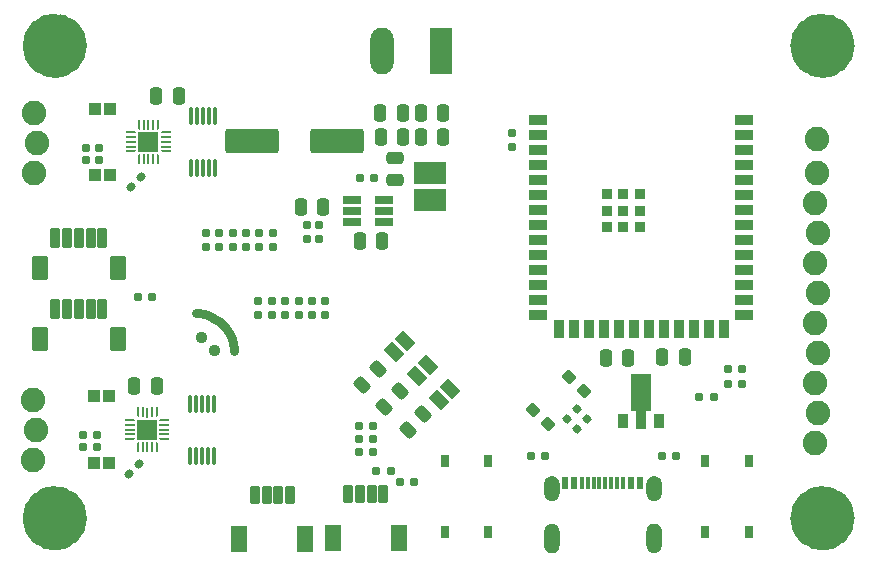
<source format=gbr>
%TF.GenerationSoftware,KiCad,Pcbnew,7.0.9*%
%TF.CreationDate,2023-12-08T19:14:30-07:00*%
%TF.ProjectId,mini_motor_go_V1_rev3,6d696e69-5f6d-46f7-946f-725f676f5f56,rev?*%
%TF.SameCoordinates,Original*%
%TF.FileFunction,Soldermask,Top*%
%TF.FilePolarity,Negative*%
%FSLAX46Y46*%
G04 Gerber Fmt 4.6, Leading zero omitted, Abs format (unit mm)*
G04 Created by KiCad (PCBNEW 7.0.9) date 2023-12-08 19:14:30*
%MOMM*%
%LPD*%
G01*
G04 APERTURE LIST*
G04 Aperture macros list*
%AMRoundRect*
0 Rectangle with rounded corners*
0 $1 Rounding radius*
0 $2 $3 $4 $5 $6 $7 $8 $9 X,Y pos of 4 corners*
0 Add a 4 corners polygon primitive as box body*
4,1,4,$2,$3,$4,$5,$6,$7,$8,$9,$2,$3,0*
0 Add four circle primitives for the rounded corners*
1,1,$1+$1,$2,$3*
1,1,$1+$1,$4,$5*
1,1,$1+$1,$6,$7*
1,1,$1+$1,$8,$9*
0 Add four rect primitives between the rounded corners*
20,1,$1+$1,$2,$3,$4,$5,0*
20,1,$1+$1,$4,$5,$6,$7,0*
20,1,$1+$1,$6,$7,$8,$9,0*
20,1,$1+$1,$8,$9,$2,$3,0*%
%AMRotRect*
0 Rectangle, with rotation*
0 The origin of the aperture is its center*
0 $1 length*
0 $2 width*
0 $3 Rotation angle, in degrees counterclockwise*
0 Add horizontal line*
21,1,$1,$2,0,0,$3*%
%AMFreePoly0*
4,1,14,0.289644,0.110355,0.410355,-0.010356,0.425000,-0.045711,0.425000,-0.075000,0.410355,-0.110355,0.375000,-0.125000,-0.375000,-0.125000,-0.410355,-0.110355,-0.425000,-0.075000,-0.425000,0.075000,-0.410355,0.110355,-0.375000,0.125000,0.254289,0.125000,0.289644,0.110355,0.289644,0.110355,$1*%
%AMFreePoly1*
4,1,14,0.410355,0.110355,0.425000,0.075000,0.425000,0.045711,0.410355,0.010356,0.289644,-0.110355,0.254289,-0.125000,-0.375000,-0.125000,-0.410355,-0.110355,-0.425000,-0.075000,-0.425000,0.075000,-0.410355,0.110355,-0.375000,0.125000,0.375000,0.125000,0.410355,0.110355,0.410355,0.110355,$1*%
%AMFreePoly2*
4,1,14,0.110355,0.410355,0.125000,0.375000,0.125000,-0.375000,0.110355,-0.410355,0.075000,-0.425000,-0.075000,-0.425000,-0.110355,-0.410355,-0.125000,-0.375000,-0.125000,0.254289,-0.110355,0.289644,0.010356,0.410355,0.045711,0.425000,0.075000,0.425000,0.110355,0.410355,0.110355,0.410355,$1*%
%AMFreePoly3*
4,1,14,-0.010356,0.410355,0.110355,0.289644,0.125000,0.254289,0.125000,-0.375000,0.110355,-0.410355,0.075000,-0.425000,-0.075000,-0.425000,-0.110355,-0.410355,-0.125000,-0.375000,-0.125000,0.375000,-0.110355,0.410355,-0.075000,0.425000,-0.045711,0.425000,-0.010356,0.410355,-0.010356,0.410355,$1*%
%AMFreePoly4*
4,1,14,0.410355,0.110355,0.425000,0.075000,0.425000,-0.075000,0.410355,-0.110355,0.375000,-0.125000,-0.254289,-0.125000,-0.289644,-0.110355,-0.410355,0.010356,-0.425000,0.045711,-0.425000,0.075000,-0.410355,0.110355,-0.375000,0.125000,0.375000,0.125000,0.410355,0.110355,0.410355,0.110355,$1*%
%AMFreePoly5*
4,1,14,0.410355,0.110355,0.425000,0.075000,0.425000,-0.075000,0.410355,-0.110355,0.375000,-0.125000,-0.375000,-0.125000,-0.410355,-0.110355,-0.425000,-0.075000,-0.425000,-0.045711,-0.410355,-0.010356,-0.289644,0.110355,-0.254289,0.125000,0.375000,0.125000,0.410355,0.110355,0.410355,0.110355,$1*%
%AMFreePoly6*
4,1,14,0.110355,0.410355,0.125000,0.375000,0.125000,-0.254289,0.110355,-0.289644,-0.010356,-0.410355,-0.045711,-0.425000,-0.075000,-0.425000,-0.110355,-0.410355,-0.125000,-0.375000,-0.125000,0.375000,-0.110355,0.410355,-0.075000,0.425000,0.075000,0.425000,0.110355,0.410355,0.110355,0.410355,$1*%
%AMFreePoly7*
4,1,14,0.110355,0.410355,0.125000,0.375000,0.125000,-0.375000,0.110355,-0.410355,0.075000,-0.425000,0.045711,-0.425000,0.010356,-0.410355,-0.110355,-0.289644,-0.125000,-0.254289,-0.125000,0.375000,-0.110355,0.410355,-0.075000,0.425000,0.075000,0.425000,0.110355,0.410355,0.110355,0.410355,$1*%
%AMFreePoly8*
4,1,9,3.862500,-0.866500,0.737500,-0.866500,0.737500,-0.450000,-0.737500,-0.450000,-0.737500,0.450000,0.737500,0.450000,0.737500,0.866500,3.862500,0.866500,3.862500,-0.866500,3.862500,-0.866500,$1*%
G04 Aperture macros list end*
%ADD10C,2.750000*%
%ADD11C,0.750000*%
%ADD12C,0.010000*%
%ADD13RoundRect,0.155000X0.040659X0.259862X-0.259862X-0.040659X-0.040659X-0.259862X0.259862X0.040659X0*%
%ADD14RoundRect,0.160000X0.160000X-0.197500X0.160000X0.197500X-0.160000X0.197500X-0.160000X-0.197500X0*%
%ADD15RotRect,1.000000X1.500000X45.000000*%
%ADD16RoundRect,0.250000X0.250000X0.475000X-0.250000X0.475000X-0.250000X-0.475000X0.250000X-0.475000X0*%
%ADD17RoundRect,0.030000X0.120000X-0.695000X0.120000X0.695000X-0.120000X0.695000X-0.120000X-0.695000X0*%
%ADD18FreePoly0,90.000000*%
%ADD19RoundRect,0.062500X0.062500X-0.362500X0.062500X0.362500X-0.062500X0.362500X-0.062500X-0.362500X0*%
%ADD20FreePoly1,90.000000*%
%ADD21FreePoly2,90.000000*%
%ADD22RoundRect,0.062500X0.362500X-0.062500X0.362500X0.062500X-0.362500X0.062500X-0.362500X-0.062500X0*%
%ADD23FreePoly3,90.000000*%
%ADD24FreePoly4,90.000000*%
%ADD25RoundRect,0.062500X0.062500X-0.350000X0.062500X0.350000X-0.062500X0.350000X-0.062500X-0.350000X0*%
%ADD26FreePoly5,90.000000*%
%ADD27FreePoly6,90.000000*%
%ADD28FreePoly7,90.000000*%
%ADD29R,1.700000X1.700000*%
%ADD30RoundRect,0.250000X-0.250000X-0.475000X0.250000X-0.475000X0.250000X0.475000X-0.250000X0.475000X0*%
%ADD31RoundRect,0.243750X0.150260X-0.494975X0.494975X-0.150260X-0.150260X0.494975X-0.494975X0.150260X0*%
%ADD32RoundRect,0.160000X-0.252791X0.026517X0.026517X-0.252791X0.252791X-0.026517X-0.026517X0.252791X0*%
%ADD33RoundRect,0.160000X0.197500X0.160000X-0.197500X0.160000X-0.197500X-0.160000X0.197500X-0.160000X0*%
%ADD34RoundRect,0.160000X-0.197500X-0.160000X0.197500X-0.160000X0.197500X0.160000X-0.197500X0.160000X0*%
%ADD35RoundRect,0.155000X-0.212500X-0.155000X0.212500X-0.155000X0.212500X0.155000X-0.212500X0.155000X0*%
%ADD36R,2.800000X1.850000*%
%ADD37R,1.100000X1.000000*%
%ADD38RoundRect,0.102000X0.300000X0.775000X-0.300000X0.775000X-0.300000X-0.775000X0.300000X-0.775000X0*%
%ADD39RoundRect,0.102000X0.600000X0.900000X-0.600000X0.900000X-0.600000X-0.900000X0.600000X-0.900000X0*%
%ADD40RoundRect,0.160000X-0.160000X0.197500X-0.160000X-0.197500X0.160000X-0.197500X0.160000X0.197500X0*%
%ADD41RoundRect,0.101600X-0.299720X-0.674370X0.299720X-0.674370X0.299720X0.674370X-0.299720X0.674370X0*%
%ADD42RoundRect,0.101600X-0.599440X-0.999490X0.599440X-0.999490X0.599440X0.999490X-0.599440X0.999490X0*%
%ADD43R,0.700000X1.000000*%
%ADD44RoundRect,0.155000X0.212500X0.155000X-0.212500X0.155000X-0.212500X-0.155000X0.212500X-0.155000X0*%
%ADD45R,1.500000X0.900000*%
%ADD46R,0.900000X1.500000*%
%ADD47R,0.900000X0.900000*%
%ADD48RoundRect,0.237500X0.380070X-0.044194X-0.044194X0.380070X-0.380070X0.044194X0.044194X-0.380070X0*%
%ADD49C,2.082800*%
%ADD50R,1.560000X0.650000*%
%ADD51R,0.600000X1.100000*%
%ADD52R,0.300000X1.100000*%
%ADD53RoundRect,0.250001X1.999999X0.799999X-1.999999X0.799999X-1.999999X-0.799999X1.999999X-0.799999X0*%
%ADD54R,0.900000X1.300000*%
%ADD55FreePoly8,90.000000*%
%ADD56RoundRect,0.250000X-0.475000X0.250000X-0.475000X-0.250000X0.475000X-0.250000X0.475000X0.250000X0*%
%ADD57R,1.980000X3.960000*%
%ADD58O,1.980000X3.960000*%
G04 APERTURE END LIST*
D10*
X119375000Y-93000000D02*
G75*
G03*
X119375000Y-93000000I-1375000J0D01*
G01*
X119375000Y-53000000D02*
G75*
G03*
X119375000Y-53000000I-1375000J0D01*
G01*
X184375000Y-53000000D02*
G75*
G03*
X184375000Y-53000000I-1375000J0D01*
G01*
X184375000Y-93000000D02*
G75*
G03*
X184375000Y-93000000I-1375000J0D01*
G01*
D11*
X131386608Y-78646205D02*
X131588639Y-78646205D01*
X131588639Y-78646205D02*
X131588639Y-78848236D01*
X131588639Y-78848236D02*
X131386608Y-78848236D01*
X131386608Y-78848236D02*
X131386608Y-78646205D01*
X131386608Y-78646205D02*
X131588639Y-78848236D01*
X130275440Y-77535037D02*
X130477471Y-77535037D01*
X130477471Y-77535037D02*
X130477471Y-77737068D01*
X130477471Y-77737068D02*
X130275440Y-77737068D01*
X130275440Y-77737068D02*
X130275440Y-77535037D01*
X130275440Y-77535037D02*
X130477471Y-77737068D01*
X133204883Y-78848236D02*
X133204883Y-78646205D01*
X133204883Y-78646205D02*
X133103867Y-78141129D01*
X133103867Y-78141129D02*
X133002852Y-77838083D01*
X133002852Y-77838083D02*
X132800821Y-77434022D01*
X132800821Y-77434022D02*
X132396760Y-76827931D01*
X132396760Y-76827931D02*
X131992699Y-76423870D01*
X131992699Y-76423870D02*
X131386608Y-76019809D01*
X131386608Y-76019809D02*
X130982547Y-75817778D01*
X130982547Y-75817778D02*
X130679501Y-75716763D01*
X130679501Y-75716763D02*
X130174425Y-75615748D01*
X130174425Y-75615748D02*
X129972394Y-75615748D01*
%TO.C,J11*%
D12*
X160084600Y-89451700D02*
X160116600Y-89453700D01*
X160147600Y-89457700D01*
X160178600Y-89463700D01*
X160208600Y-89470700D01*
X160238600Y-89479700D01*
X160268600Y-89490700D01*
X160297600Y-89502700D01*
X160325600Y-89515700D01*
X160353600Y-89530700D01*
X160380600Y-89547700D01*
X160406600Y-89565700D01*
X160431600Y-89584700D01*
X160454600Y-89604700D01*
X160477600Y-89626700D01*
X160499600Y-89649700D01*
X160519600Y-89672700D01*
X160538600Y-89697700D01*
X160556600Y-89723700D01*
X160573600Y-89750700D01*
X160588600Y-89778700D01*
X160601600Y-89806700D01*
X160613600Y-89835700D01*
X160624600Y-89865700D01*
X160633600Y-89895700D01*
X160640600Y-89925700D01*
X160646600Y-89956700D01*
X160650600Y-89987700D01*
X160652600Y-90019700D01*
X160653600Y-90050700D01*
X160653600Y-90850700D01*
X160652600Y-90881700D01*
X160650600Y-90913700D01*
X160646600Y-90944700D01*
X160640600Y-90975700D01*
X160633600Y-91005700D01*
X160624600Y-91035700D01*
X160613600Y-91065700D01*
X160601600Y-91094700D01*
X160588600Y-91122700D01*
X160573600Y-91150700D01*
X160556600Y-91177700D01*
X160538600Y-91203700D01*
X160519600Y-91228700D01*
X160499600Y-91251700D01*
X160477600Y-91274700D01*
X160454600Y-91296700D01*
X160431600Y-91316700D01*
X160406600Y-91335700D01*
X160380600Y-91353700D01*
X160353600Y-91370700D01*
X160325600Y-91385700D01*
X160297600Y-91398700D01*
X160268600Y-91410700D01*
X160238600Y-91421700D01*
X160208600Y-91430700D01*
X160178600Y-91437700D01*
X160147600Y-91443700D01*
X160116600Y-91447700D01*
X160084600Y-91449700D01*
X160053600Y-91450700D01*
X160022600Y-91449700D01*
X159990600Y-91447700D01*
X159959600Y-91443700D01*
X159928600Y-91437700D01*
X159898600Y-91430700D01*
X159868600Y-91421700D01*
X159838600Y-91410700D01*
X159809600Y-91398700D01*
X159781600Y-91385700D01*
X159753600Y-91370700D01*
X159726600Y-91353700D01*
X159700600Y-91335700D01*
X159675600Y-91316700D01*
X159652600Y-91296700D01*
X159629600Y-91274700D01*
X159607600Y-91251700D01*
X159587600Y-91228700D01*
X159568600Y-91203700D01*
X159550600Y-91177700D01*
X159533600Y-91150700D01*
X159518600Y-91122700D01*
X159505600Y-91094700D01*
X159493600Y-91065700D01*
X159482600Y-91035700D01*
X159473600Y-91005700D01*
X159466600Y-90975700D01*
X159460600Y-90944700D01*
X159456600Y-90913700D01*
X159454600Y-90881700D01*
X159453600Y-90850700D01*
X159453600Y-90050700D01*
X159454600Y-90019700D01*
X159456600Y-89987700D01*
X159460600Y-89956700D01*
X159466600Y-89925700D01*
X159473600Y-89895700D01*
X159482600Y-89865700D01*
X159493600Y-89835700D01*
X159505600Y-89806700D01*
X159518600Y-89778700D01*
X159533600Y-89750700D01*
X159550600Y-89723700D01*
X159568600Y-89697700D01*
X159587600Y-89672700D01*
X159607600Y-89649700D01*
X159629600Y-89626700D01*
X159652600Y-89604700D01*
X159675600Y-89584700D01*
X159700600Y-89565700D01*
X159726600Y-89547700D01*
X159753600Y-89530700D01*
X159781600Y-89515700D01*
X159809600Y-89502700D01*
X159838600Y-89490700D01*
X159868600Y-89479700D01*
X159898600Y-89470700D01*
X159928600Y-89463700D01*
X159959600Y-89457700D01*
X159990600Y-89453700D01*
X160022600Y-89451700D01*
X160053600Y-89450700D01*
X160084600Y-89451700D01*
G36*
X160084600Y-89451700D02*
G01*
X160116600Y-89453700D01*
X160147600Y-89457700D01*
X160178600Y-89463700D01*
X160208600Y-89470700D01*
X160238600Y-89479700D01*
X160268600Y-89490700D01*
X160297600Y-89502700D01*
X160325600Y-89515700D01*
X160353600Y-89530700D01*
X160380600Y-89547700D01*
X160406600Y-89565700D01*
X160431600Y-89584700D01*
X160454600Y-89604700D01*
X160477600Y-89626700D01*
X160499600Y-89649700D01*
X160519600Y-89672700D01*
X160538600Y-89697700D01*
X160556600Y-89723700D01*
X160573600Y-89750700D01*
X160588600Y-89778700D01*
X160601600Y-89806700D01*
X160613600Y-89835700D01*
X160624600Y-89865700D01*
X160633600Y-89895700D01*
X160640600Y-89925700D01*
X160646600Y-89956700D01*
X160650600Y-89987700D01*
X160652600Y-90019700D01*
X160653600Y-90050700D01*
X160653600Y-90850700D01*
X160652600Y-90881700D01*
X160650600Y-90913700D01*
X160646600Y-90944700D01*
X160640600Y-90975700D01*
X160633600Y-91005700D01*
X160624600Y-91035700D01*
X160613600Y-91065700D01*
X160601600Y-91094700D01*
X160588600Y-91122700D01*
X160573600Y-91150700D01*
X160556600Y-91177700D01*
X160538600Y-91203700D01*
X160519600Y-91228700D01*
X160499600Y-91251700D01*
X160477600Y-91274700D01*
X160454600Y-91296700D01*
X160431600Y-91316700D01*
X160406600Y-91335700D01*
X160380600Y-91353700D01*
X160353600Y-91370700D01*
X160325600Y-91385700D01*
X160297600Y-91398700D01*
X160268600Y-91410700D01*
X160238600Y-91421700D01*
X160208600Y-91430700D01*
X160178600Y-91437700D01*
X160147600Y-91443700D01*
X160116600Y-91447700D01*
X160084600Y-91449700D01*
X160053600Y-91450700D01*
X160022600Y-91449700D01*
X159990600Y-91447700D01*
X159959600Y-91443700D01*
X159928600Y-91437700D01*
X159898600Y-91430700D01*
X159868600Y-91421700D01*
X159838600Y-91410700D01*
X159809600Y-91398700D01*
X159781600Y-91385700D01*
X159753600Y-91370700D01*
X159726600Y-91353700D01*
X159700600Y-91335700D01*
X159675600Y-91316700D01*
X159652600Y-91296700D01*
X159629600Y-91274700D01*
X159607600Y-91251700D01*
X159587600Y-91228700D01*
X159568600Y-91203700D01*
X159550600Y-91177700D01*
X159533600Y-91150700D01*
X159518600Y-91122700D01*
X159505600Y-91094700D01*
X159493600Y-91065700D01*
X159482600Y-91035700D01*
X159473600Y-91005700D01*
X159466600Y-90975700D01*
X159460600Y-90944700D01*
X159456600Y-90913700D01*
X159454600Y-90881700D01*
X159453600Y-90850700D01*
X159453600Y-90050700D01*
X159454600Y-90019700D01*
X159456600Y-89987700D01*
X159460600Y-89956700D01*
X159466600Y-89925700D01*
X159473600Y-89895700D01*
X159482600Y-89865700D01*
X159493600Y-89835700D01*
X159505600Y-89806700D01*
X159518600Y-89778700D01*
X159533600Y-89750700D01*
X159550600Y-89723700D01*
X159568600Y-89697700D01*
X159587600Y-89672700D01*
X159607600Y-89649700D01*
X159629600Y-89626700D01*
X159652600Y-89604700D01*
X159675600Y-89584700D01*
X159700600Y-89565700D01*
X159726600Y-89547700D01*
X159753600Y-89530700D01*
X159781600Y-89515700D01*
X159809600Y-89502700D01*
X159838600Y-89490700D01*
X159868600Y-89479700D01*
X159898600Y-89470700D01*
X159928600Y-89463700D01*
X159959600Y-89457700D01*
X159990600Y-89453700D01*
X160022600Y-89451700D01*
X160053600Y-89450700D01*
X160084600Y-89451700D01*
G37*
X160084600Y-93501700D02*
X160116600Y-93503700D01*
X160147600Y-93507700D01*
X160178600Y-93513700D01*
X160208600Y-93520700D01*
X160238600Y-93529700D01*
X160268600Y-93540700D01*
X160297600Y-93552700D01*
X160325600Y-93565700D01*
X160353600Y-93580700D01*
X160380600Y-93597700D01*
X160406600Y-93615700D01*
X160431600Y-93634700D01*
X160454600Y-93654700D01*
X160477600Y-93676700D01*
X160499600Y-93699700D01*
X160519600Y-93722700D01*
X160538600Y-93747700D01*
X160556600Y-93773700D01*
X160573600Y-93800700D01*
X160588600Y-93828700D01*
X160601600Y-93856700D01*
X160613600Y-93885700D01*
X160624600Y-93915700D01*
X160633600Y-93945700D01*
X160640600Y-93975700D01*
X160646600Y-94006700D01*
X160650600Y-94037700D01*
X160652600Y-94069700D01*
X160653600Y-94100700D01*
X160653600Y-95300700D01*
X160652600Y-95331700D01*
X160650600Y-95363700D01*
X160646600Y-95394700D01*
X160640600Y-95425700D01*
X160633600Y-95455700D01*
X160624600Y-95485700D01*
X160613600Y-95515700D01*
X160601600Y-95544700D01*
X160588600Y-95572700D01*
X160573600Y-95600700D01*
X160556600Y-95627700D01*
X160538600Y-95653700D01*
X160519600Y-95678700D01*
X160499600Y-95701700D01*
X160477600Y-95724700D01*
X160454600Y-95746700D01*
X160431600Y-95766700D01*
X160406600Y-95785700D01*
X160380600Y-95803700D01*
X160353600Y-95820700D01*
X160325600Y-95835700D01*
X160297600Y-95848700D01*
X160268600Y-95860700D01*
X160238600Y-95871700D01*
X160208600Y-95880700D01*
X160178600Y-95887700D01*
X160147600Y-95893700D01*
X160116600Y-95897700D01*
X160084600Y-95899700D01*
X160053600Y-95900700D01*
X160022600Y-95899700D01*
X159990600Y-95897700D01*
X159959600Y-95893700D01*
X159928600Y-95887700D01*
X159898600Y-95880700D01*
X159868600Y-95871700D01*
X159838600Y-95860700D01*
X159809600Y-95848700D01*
X159781600Y-95835700D01*
X159753600Y-95820700D01*
X159726600Y-95803700D01*
X159700600Y-95785700D01*
X159675600Y-95766700D01*
X159652600Y-95746700D01*
X159629600Y-95724700D01*
X159607600Y-95701700D01*
X159587600Y-95678700D01*
X159568600Y-95653700D01*
X159550600Y-95627700D01*
X159533600Y-95600700D01*
X159518600Y-95572700D01*
X159505600Y-95544700D01*
X159493600Y-95515700D01*
X159482600Y-95485700D01*
X159473600Y-95455700D01*
X159466600Y-95425700D01*
X159460600Y-95394700D01*
X159456600Y-95363700D01*
X159454600Y-95331700D01*
X159453600Y-95300700D01*
X159453600Y-94100700D01*
X159454600Y-94069700D01*
X159456600Y-94037700D01*
X159460600Y-94006700D01*
X159466600Y-93975700D01*
X159473600Y-93945700D01*
X159482600Y-93915700D01*
X159493600Y-93885700D01*
X159505600Y-93856700D01*
X159518600Y-93828700D01*
X159533600Y-93800700D01*
X159550600Y-93773700D01*
X159568600Y-93747700D01*
X159587600Y-93722700D01*
X159607600Y-93699700D01*
X159629600Y-93676700D01*
X159652600Y-93654700D01*
X159675600Y-93634700D01*
X159700600Y-93615700D01*
X159726600Y-93597700D01*
X159753600Y-93580700D01*
X159781600Y-93565700D01*
X159809600Y-93552700D01*
X159838600Y-93540700D01*
X159868600Y-93529700D01*
X159898600Y-93520700D01*
X159928600Y-93513700D01*
X159959600Y-93507700D01*
X159990600Y-93503700D01*
X160022600Y-93501700D01*
X160053600Y-93500700D01*
X160084600Y-93501700D01*
G36*
X160084600Y-93501700D02*
G01*
X160116600Y-93503700D01*
X160147600Y-93507700D01*
X160178600Y-93513700D01*
X160208600Y-93520700D01*
X160238600Y-93529700D01*
X160268600Y-93540700D01*
X160297600Y-93552700D01*
X160325600Y-93565700D01*
X160353600Y-93580700D01*
X160380600Y-93597700D01*
X160406600Y-93615700D01*
X160431600Y-93634700D01*
X160454600Y-93654700D01*
X160477600Y-93676700D01*
X160499600Y-93699700D01*
X160519600Y-93722700D01*
X160538600Y-93747700D01*
X160556600Y-93773700D01*
X160573600Y-93800700D01*
X160588600Y-93828700D01*
X160601600Y-93856700D01*
X160613600Y-93885700D01*
X160624600Y-93915700D01*
X160633600Y-93945700D01*
X160640600Y-93975700D01*
X160646600Y-94006700D01*
X160650600Y-94037700D01*
X160652600Y-94069700D01*
X160653600Y-94100700D01*
X160653600Y-95300700D01*
X160652600Y-95331700D01*
X160650600Y-95363700D01*
X160646600Y-95394700D01*
X160640600Y-95425700D01*
X160633600Y-95455700D01*
X160624600Y-95485700D01*
X160613600Y-95515700D01*
X160601600Y-95544700D01*
X160588600Y-95572700D01*
X160573600Y-95600700D01*
X160556600Y-95627700D01*
X160538600Y-95653700D01*
X160519600Y-95678700D01*
X160499600Y-95701700D01*
X160477600Y-95724700D01*
X160454600Y-95746700D01*
X160431600Y-95766700D01*
X160406600Y-95785700D01*
X160380600Y-95803700D01*
X160353600Y-95820700D01*
X160325600Y-95835700D01*
X160297600Y-95848700D01*
X160268600Y-95860700D01*
X160238600Y-95871700D01*
X160208600Y-95880700D01*
X160178600Y-95887700D01*
X160147600Y-95893700D01*
X160116600Y-95897700D01*
X160084600Y-95899700D01*
X160053600Y-95900700D01*
X160022600Y-95899700D01*
X159990600Y-95897700D01*
X159959600Y-95893700D01*
X159928600Y-95887700D01*
X159898600Y-95880700D01*
X159868600Y-95871700D01*
X159838600Y-95860700D01*
X159809600Y-95848700D01*
X159781600Y-95835700D01*
X159753600Y-95820700D01*
X159726600Y-95803700D01*
X159700600Y-95785700D01*
X159675600Y-95766700D01*
X159652600Y-95746700D01*
X159629600Y-95724700D01*
X159607600Y-95701700D01*
X159587600Y-95678700D01*
X159568600Y-95653700D01*
X159550600Y-95627700D01*
X159533600Y-95600700D01*
X159518600Y-95572700D01*
X159505600Y-95544700D01*
X159493600Y-95515700D01*
X159482600Y-95485700D01*
X159473600Y-95455700D01*
X159466600Y-95425700D01*
X159460600Y-95394700D01*
X159456600Y-95363700D01*
X159454600Y-95331700D01*
X159453600Y-95300700D01*
X159453600Y-94100700D01*
X159454600Y-94069700D01*
X159456600Y-94037700D01*
X159460600Y-94006700D01*
X159466600Y-93975700D01*
X159473600Y-93945700D01*
X159482600Y-93915700D01*
X159493600Y-93885700D01*
X159505600Y-93856700D01*
X159518600Y-93828700D01*
X159533600Y-93800700D01*
X159550600Y-93773700D01*
X159568600Y-93747700D01*
X159587600Y-93722700D01*
X159607600Y-93699700D01*
X159629600Y-93676700D01*
X159652600Y-93654700D01*
X159675600Y-93634700D01*
X159700600Y-93615700D01*
X159726600Y-93597700D01*
X159753600Y-93580700D01*
X159781600Y-93565700D01*
X159809600Y-93552700D01*
X159838600Y-93540700D01*
X159868600Y-93529700D01*
X159898600Y-93520700D01*
X159928600Y-93513700D01*
X159959600Y-93507700D01*
X159990600Y-93503700D01*
X160022600Y-93501700D01*
X160053600Y-93500700D01*
X160084600Y-93501700D01*
G37*
X168734600Y-89451700D02*
X168766600Y-89453700D01*
X168797600Y-89457700D01*
X168828600Y-89463700D01*
X168858600Y-89470700D01*
X168888600Y-89479700D01*
X168918600Y-89490700D01*
X168947600Y-89502700D01*
X168975600Y-89515700D01*
X169003600Y-89530700D01*
X169030600Y-89547700D01*
X169056600Y-89565700D01*
X169081600Y-89584700D01*
X169104600Y-89604700D01*
X169127600Y-89626700D01*
X169149600Y-89649700D01*
X169169600Y-89672700D01*
X169188600Y-89697700D01*
X169206600Y-89723700D01*
X169223600Y-89750700D01*
X169238600Y-89778700D01*
X169251600Y-89806700D01*
X169263600Y-89835700D01*
X169274600Y-89865700D01*
X169283600Y-89895700D01*
X169290600Y-89925700D01*
X169296600Y-89956700D01*
X169300600Y-89987700D01*
X169302600Y-90019700D01*
X169303600Y-90050700D01*
X169303600Y-90850700D01*
X169302600Y-90881700D01*
X169300600Y-90913700D01*
X169296600Y-90944700D01*
X169290600Y-90975700D01*
X169283600Y-91005700D01*
X169274600Y-91035700D01*
X169263600Y-91065700D01*
X169251600Y-91094700D01*
X169238600Y-91122700D01*
X169223600Y-91150700D01*
X169206600Y-91177700D01*
X169188600Y-91203700D01*
X169169600Y-91228700D01*
X169149600Y-91251700D01*
X169127600Y-91274700D01*
X169104600Y-91296700D01*
X169081600Y-91316700D01*
X169056600Y-91335700D01*
X169030600Y-91353700D01*
X169003600Y-91370700D01*
X168975600Y-91385700D01*
X168947600Y-91398700D01*
X168918600Y-91410700D01*
X168888600Y-91421700D01*
X168858600Y-91430700D01*
X168828600Y-91437700D01*
X168797600Y-91443700D01*
X168766600Y-91447700D01*
X168734600Y-91449700D01*
X168703600Y-91450700D01*
X168672600Y-91449700D01*
X168640600Y-91447700D01*
X168609600Y-91443700D01*
X168578600Y-91437700D01*
X168548600Y-91430700D01*
X168518600Y-91421700D01*
X168488600Y-91410700D01*
X168459600Y-91398700D01*
X168431600Y-91385700D01*
X168403600Y-91370700D01*
X168376600Y-91353700D01*
X168350600Y-91335700D01*
X168325600Y-91316700D01*
X168302600Y-91296700D01*
X168279600Y-91274700D01*
X168257600Y-91251700D01*
X168237600Y-91228700D01*
X168218600Y-91203700D01*
X168200600Y-91177700D01*
X168183600Y-91150700D01*
X168168600Y-91122700D01*
X168155600Y-91094700D01*
X168143600Y-91065700D01*
X168132600Y-91035700D01*
X168123600Y-91005700D01*
X168116600Y-90975700D01*
X168110600Y-90944700D01*
X168106600Y-90913700D01*
X168104600Y-90881700D01*
X168103600Y-90850700D01*
X168103600Y-90050700D01*
X168104600Y-90019700D01*
X168106600Y-89987700D01*
X168110600Y-89956700D01*
X168116600Y-89925700D01*
X168123600Y-89895700D01*
X168132600Y-89865700D01*
X168143600Y-89835700D01*
X168155600Y-89806700D01*
X168168600Y-89778700D01*
X168183600Y-89750700D01*
X168200600Y-89723700D01*
X168218600Y-89697700D01*
X168237600Y-89672700D01*
X168257600Y-89649700D01*
X168279600Y-89626700D01*
X168302600Y-89604700D01*
X168325600Y-89584700D01*
X168350600Y-89565700D01*
X168376600Y-89547700D01*
X168403600Y-89530700D01*
X168431600Y-89515700D01*
X168459600Y-89502700D01*
X168488600Y-89490700D01*
X168518600Y-89479700D01*
X168548600Y-89470700D01*
X168578600Y-89463700D01*
X168609600Y-89457700D01*
X168640600Y-89453700D01*
X168672600Y-89451700D01*
X168703600Y-89450700D01*
X168734600Y-89451700D01*
G36*
X168734600Y-89451700D02*
G01*
X168766600Y-89453700D01*
X168797600Y-89457700D01*
X168828600Y-89463700D01*
X168858600Y-89470700D01*
X168888600Y-89479700D01*
X168918600Y-89490700D01*
X168947600Y-89502700D01*
X168975600Y-89515700D01*
X169003600Y-89530700D01*
X169030600Y-89547700D01*
X169056600Y-89565700D01*
X169081600Y-89584700D01*
X169104600Y-89604700D01*
X169127600Y-89626700D01*
X169149600Y-89649700D01*
X169169600Y-89672700D01*
X169188600Y-89697700D01*
X169206600Y-89723700D01*
X169223600Y-89750700D01*
X169238600Y-89778700D01*
X169251600Y-89806700D01*
X169263600Y-89835700D01*
X169274600Y-89865700D01*
X169283600Y-89895700D01*
X169290600Y-89925700D01*
X169296600Y-89956700D01*
X169300600Y-89987700D01*
X169302600Y-90019700D01*
X169303600Y-90050700D01*
X169303600Y-90850700D01*
X169302600Y-90881700D01*
X169300600Y-90913700D01*
X169296600Y-90944700D01*
X169290600Y-90975700D01*
X169283600Y-91005700D01*
X169274600Y-91035700D01*
X169263600Y-91065700D01*
X169251600Y-91094700D01*
X169238600Y-91122700D01*
X169223600Y-91150700D01*
X169206600Y-91177700D01*
X169188600Y-91203700D01*
X169169600Y-91228700D01*
X169149600Y-91251700D01*
X169127600Y-91274700D01*
X169104600Y-91296700D01*
X169081600Y-91316700D01*
X169056600Y-91335700D01*
X169030600Y-91353700D01*
X169003600Y-91370700D01*
X168975600Y-91385700D01*
X168947600Y-91398700D01*
X168918600Y-91410700D01*
X168888600Y-91421700D01*
X168858600Y-91430700D01*
X168828600Y-91437700D01*
X168797600Y-91443700D01*
X168766600Y-91447700D01*
X168734600Y-91449700D01*
X168703600Y-91450700D01*
X168672600Y-91449700D01*
X168640600Y-91447700D01*
X168609600Y-91443700D01*
X168578600Y-91437700D01*
X168548600Y-91430700D01*
X168518600Y-91421700D01*
X168488600Y-91410700D01*
X168459600Y-91398700D01*
X168431600Y-91385700D01*
X168403600Y-91370700D01*
X168376600Y-91353700D01*
X168350600Y-91335700D01*
X168325600Y-91316700D01*
X168302600Y-91296700D01*
X168279600Y-91274700D01*
X168257600Y-91251700D01*
X168237600Y-91228700D01*
X168218600Y-91203700D01*
X168200600Y-91177700D01*
X168183600Y-91150700D01*
X168168600Y-91122700D01*
X168155600Y-91094700D01*
X168143600Y-91065700D01*
X168132600Y-91035700D01*
X168123600Y-91005700D01*
X168116600Y-90975700D01*
X168110600Y-90944700D01*
X168106600Y-90913700D01*
X168104600Y-90881700D01*
X168103600Y-90850700D01*
X168103600Y-90050700D01*
X168104600Y-90019700D01*
X168106600Y-89987700D01*
X168110600Y-89956700D01*
X168116600Y-89925700D01*
X168123600Y-89895700D01*
X168132600Y-89865700D01*
X168143600Y-89835700D01*
X168155600Y-89806700D01*
X168168600Y-89778700D01*
X168183600Y-89750700D01*
X168200600Y-89723700D01*
X168218600Y-89697700D01*
X168237600Y-89672700D01*
X168257600Y-89649700D01*
X168279600Y-89626700D01*
X168302600Y-89604700D01*
X168325600Y-89584700D01*
X168350600Y-89565700D01*
X168376600Y-89547700D01*
X168403600Y-89530700D01*
X168431600Y-89515700D01*
X168459600Y-89502700D01*
X168488600Y-89490700D01*
X168518600Y-89479700D01*
X168548600Y-89470700D01*
X168578600Y-89463700D01*
X168609600Y-89457700D01*
X168640600Y-89453700D01*
X168672600Y-89451700D01*
X168703600Y-89450700D01*
X168734600Y-89451700D01*
G37*
X168734600Y-93451700D02*
X168766600Y-93453700D01*
X168797600Y-93457700D01*
X168828600Y-93463700D01*
X168858600Y-93470700D01*
X168888600Y-93479700D01*
X168918600Y-93490700D01*
X168947600Y-93502700D01*
X168975600Y-93515700D01*
X169003600Y-93530700D01*
X169030600Y-93547700D01*
X169056600Y-93565700D01*
X169081600Y-93584700D01*
X169104600Y-93604700D01*
X169127600Y-93626700D01*
X169149600Y-93649700D01*
X169169600Y-93672700D01*
X169188600Y-93697700D01*
X169206600Y-93723700D01*
X169223600Y-93750700D01*
X169238600Y-93778700D01*
X169251600Y-93806700D01*
X169263600Y-93835700D01*
X169274600Y-93865700D01*
X169283600Y-93895700D01*
X169290600Y-93925700D01*
X169296600Y-93956700D01*
X169300600Y-93987700D01*
X169302600Y-94019700D01*
X169303600Y-94050700D01*
X169303600Y-94650700D01*
X169303600Y-95250700D01*
X169302600Y-95281700D01*
X169300600Y-95313700D01*
X169296600Y-95344700D01*
X169290600Y-95375700D01*
X169283600Y-95405700D01*
X169274600Y-95435700D01*
X169263600Y-95465700D01*
X169251600Y-95494700D01*
X169238600Y-95522700D01*
X169223600Y-95550700D01*
X169206600Y-95577700D01*
X169188600Y-95603700D01*
X169169600Y-95628700D01*
X169149600Y-95651700D01*
X169127600Y-95674700D01*
X169104600Y-95696700D01*
X169081600Y-95716700D01*
X169056600Y-95735700D01*
X169030600Y-95753700D01*
X169003600Y-95770700D01*
X168975600Y-95785700D01*
X168947600Y-95798700D01*
X168918600Y-95810700D01*
X168888600Y-95821700D01*
X168858600Y-95830700D01*
X168828600Y-95837700D01*
X168797600Y-95843700D01*
X168766600Y-95847700D01*
X168734600Y-95849700D01*
X168703600Y-95850700D01*
X168672600Y-95849700D01*
X168640600Y-95847700D01*
X168609600Y-95843700D01*
X168578600Y-95837700D01*
X168548600Y-95830700D01*
X168518600Y-95821700D01*
X168488600Y-95810700D01*
X168459600Y-95798700D01*
X168431600Y-95785700D01*
X168403600Y-95770700D01*
X168376600Y-95753700D01*
X168350600Y-95735700D01*
X168325600Y-95716700D01*
X168302600Y-95696700D01*
X168279600Y-95674700D01*
X168257600Y-95651700D01*
X168237600Y-95628700D01*
X168218600Y-95603700D01*
X168200600Y-95577700D01*
X168183600Y-95550700D01*
X168168600Y-95522700D01*
X168155600Y-95494700D01*
X168143600Y-95465700D01*
X168132600Y-95435700D01*
X168123600Y-95405700D01*
X168116600Y-95375700D01*
X168110600Y-95344700D01*
X168106600Y-95313700D01*
X168104600Y-95281700D01*
X168103600Y-95250700D01*
X168103600Y-94650700D01*
X168103600Y-94050700D01*
X168104600Y-94019700D01*
X168106600Y-93987700D01*
X168110600Y-93956700D01*
X168116600Y-93925700D01*
X168123600Y-93895700D01*
X168132600Y-93865700D01*
X168143600Y-93835700D01*
X168155600Y-93806700D01*
X168168600Y-93778700D01*
X168183600Y-93750700D01*
X168200600Y-93723700D01*
X168218600Y-93697700D01*
X168237600Y-93672700D01*
X168257600Y-93649700D01*
X168279600Y-93626700D01*
X168302600Y-93604700D01*
X168325600Y-93584700D01*
X168350600Y-93565700D01*
X168376600Y-93547700D01*
X168403600Y-93530700D01*
X168431600Y-93515700D01*
X168459600Y-93502700D01*
X168488600Y-93490700D01*
X168518600Y-93479700D01*
X168548600Y-93470700D01*
X168578600Y-93463700D01*
X168609600Y-93457700D01*
X168640600Y-93453700D01*
X168672600Y-93451700D01*
X168703600Y-93450700D01*
X168734600Y-93451700D01*
G36*
X168734600Y-93451700D02*
G01*
X168766600Y-93453700D01*
X168797600Y-93457700D01*
X168828600Y-93463700D01*
X168858600Y-93470700D01*
X168888600Y-93479700D01*
X168918600Y-93490700D01*
X168947600Y-93502700D01*
X168975600Y-93515700D01*
X169003600Y-93530700D01*
X169030600Y-93547700D01*
X169056600Y-93565700D01*
X169081600Y-93584700D01*
X169104600Y-93604700D01*
X169127600Y-93626700D01*
X169149600Y-93649700D01*
X169169600Y-93672700D01*
X169188600Y-93697700D01*
X169206600Y-93723700D01*
X169223600Y-93750700D01*
X169238600Y-93778700D01*
X169251600Y-93806700D01*
X169263600Y-93835700D01*
X169274600Y-93865700D01*
X169283600Y-93895700D01*
X169290600Y-93925700D01*
X169296600Y-93956700D01*
X169300600Y-93987700D01*
X169302600Y-94019700D01*
X169303600Y-94050700D01*
X169303600Y-94650700D01*
X169303600Y-95250700D01*
X169302600Y-95281700D01*
X169300600Y-95313700D01*
X169296600Y-95344700D01*
X169290600Y-95375700D01*
X169283600Y-95405700D01*
X169274600Y-95435700D01*
X169263600Y-95465700D01*
X169251600Y-95494700D01*
X169238600Y-95522700D01*
X169223600Y-95550700D01*
X169206600Y-95577700D01*
X169188600Y-95603700D01*
X169169600Y-95628700D01*
X169149600Y-95651700D01*
X169127600Y-95674700D01*
X169104600Y-95696700D01*
X169081600Y-95716700D01*
X169056600Y-95735700D01*
X169030600Y-95753700D01*
X169003600Y-95770700D01*
X168975600Y-95785700D01*
X168947600Y-95798700D01*
X168918600Y-95810700D01*
X168888600Y-95821700D01*
X168858600Y-95830700D01*
X168828600Y-95837700D01*
X168797600Y-95843700D01*
X168766600Y-95847700D01*
X168734600Y-95849700D01*
X168703600Y-95850700D01*
X168672600Y-95849700D01*
X168640600Y-95847700D01*
X168609600Y-95843700D01*
X168578600Y-95837700D01*
X168548600Y-95830700D01*
X168518600Y-95821700D01*
X168488600Y-95810700D01*
X168459600Y-95798700D01*
X168431600Y-95785700D01*
X168403600Y-95770700D01*
X168376600Y-95753700D01*
X168350600Y-95735700D01*
X168325600Y-95716700D01*
X168302600Y-95696700D01*
X168279600Y-95674700D01*
X168257600Y-95651700D01*
X168237600Y-95628700D01*
X168218600Y-95603700D01*
X168200600Y-95577700D01*
X168183600Y-95550700D01*
X168168600Y-95522700D01*
X168155600Y-95494700D01*
X168143600Y-95465700D01*
X168132600Y-95435700D01*
X168123600Y-95405700D01*
X168116600Y-95375700D01*
X168110600Y-95344700D01*
X168106600Y-95313700D01*
X168104600Y-95281700D01*
X168103600Y-95250700D01*
X168103600Y-94650700D01*
X168103600Y-94050700D01*
X168104600Y-94019700D01*
X168106600Y-93987700D01*
X168110600Y-93956700D01*
X168116600Y-93925700D01*
X168123600Y-93895700D01*
X168132600Y-93865700D01*
X168143600Y-93835700D01*
X168155600Y-93806700D01*
X168168600Y-93778700D01*
X168183600Y-93750700D01*
X168200600Y-93723700D01*
X168218600Y-93697700D01*
X168237600Y-93672700D01*
X168257600Y-93649700D01*
X168279600Y-93626700D01*
X168302600Y-93604700D01*
X168325600Y-93584700D01*
X168350600Y-93565700D01*
X168376600Y-93547700D01*
X168403600Y-93530700D01*
X168431600Y-93515700D01*
X168459600Y-93502700D01*
X168488600Y-93490700D01*
X168518600Y-93479700D01*
X168548600Y-93470700D01*
X168578600Y-93463700D01*
X168609600Y-93457700D01*
X168640600Y-93453700D01*
X168672600Y-93451700D01*
X168703600Y-93450700D01*
X168734600Y-93451700D01*
G37*
%TD*%
D13*
%TO.C,C2*%
X125104280Y-88414457D03*
X124301714Y-89217023D03*
%TD*%
D14*
%TO.C,R14*%
X135331749Y-70060966D03*
X135331749Y-68865966D03*
%TD*%
D15*
%TO.C,JP1*%
X150566269Y-82976012D03*
X151485507Y-82056774D03*
%TD*%
D16*
%TO.C,C13*%
X147475000Y-58675000D03*
X145575000Y-58675000D03*
%TD*%
D17*
%TO.C,U4*%
X129570599Y-63370400D03*
X130070599Y-63370400D03*
X130570599Y-63370400D03*
X131070599Y-63370400D03*
X131570599Y-63370400D03*
X131570599Y-58970400D03*
X131070599Y-58970400D03*
X130570599Y-58970400D03*
X130070599Y-58970400D03*
X129570599Y-58970400D03*
%TD*%
D18*
%TO.C,U2*%
X125131600Y-62586400D03*
D19*
X125531600Y-62586400D03*
X125931600Y-62586400D03*
X126331600Y-62586400D03*
D20*
X126731600Y-62586400D03*
D21*
X127381600Y-61936400D03*
D22*
X127381600Y-61536400D03*
X127381600Y-61136400D03*
X127381600Y-60736400D03*
D23*
X127381600Y-60336400D03*
D24*
X126731600Y-59686400D03*
D19*
X126331600Y-59686400D03*
D25*
X125931600Y-59698900D03*
D19*
X125531600Y-59686400D03*
D26*
X125131600Y-59686400D03*
D27*
X124481600Y-60336400D03*
D22*
X124481600Y-60736400D03*
X124481600Y-61136400D03*
X124481600Y-61536400D03*
D28*
X124481600Y-61936400D03*
D29*
X125931600Y-61136400D03*
%TD*%
D14*
%TO.C,R7*%
X133052632Y-70058317D03*
X133052632Y-68863317D03*
%TD*%
D30*
%TO.C,C18*%
X169445000Y-79365000D03*
X171345000Y-79365000D03*
%TD*%
D31*
%TO.C,D3*%
X144042618Y-81685208D03*
X145368444Y-80359382D03*
%TD*%
D30*
%TO.C,C17*%
X164655001Y-79405000D03*
X166555001Y-79405000D03*
%TD*%
D32*
%TO.C,R20*%
X161356561Y-84630176D03*
X162201553Y-85475168D03*
%TD*%
D17*
%TO.C,U3*%
X129479524Y-87726458D03*
X129979524Y-87726458D03*
X130479524Y-87726458D03*
X130979524Y-87726458D03*
X131479524Y-87726458D03*
X131479524Y-83326458D03*
X130979524Y-83326458D03*
X130479524Y-83326458D03*
X129979524Y-83326458D03*
X129479524Y-83326458D03*
%TD*%
D16*
%TO.C,C9*%
X150916079Y-60751361D03*
X149016079Y-60751361D03*
%TD*%
D33*
%TO.C,R25*%
X173781468Y-82714817D03*
X172586468Y-82714817D03*
%TD*%
D34*
%TO.C,R17*%
X143862500Y-64162000D03*
X145057500Y-64162000D03*
%TD*%
D33*
%TO.C,R33*%
X144925100Y-85160104D03*
X143730100Y-85160104D03*
%TD*%
D35*
%TO.C,C6*%
X120616900Y-62664000D03*
X121751900Y-62664000D03*
%TD*%
D36*
%TO.C,L1*%
X149743141Y-63781128D03*
X149743141Y-66081128D03*
%TD*%
D37*
%TO.C,R1*%
X122602301Y-88288832D03*
X121302301Y-88288832D03*
%TD*%
D33*
%TO.C,R22*%
X144932658Y-86282843D03*
X143737658Y-86282843D03*
%TD*%
D38*
%TO.C,J12*%
X122035000Y-75300000D03*
X121035000Y-75300000D03*
X120035000Y-75300000D03*
X119035000Y-75300000D03*
X118035000Y-75300000D03*
D39*
X123335000Y-77825000D03*
X116735000Y-77825000D03*
%TD*%
D14*
%TO.C,R5*%
X131909969Y-70061889D03*
X131909969Y-68866889D03*
%TD*%
D33*
%TO.C,R24*%
X170642456Y-87745727D03*
X169447456Y-87745727D03*
%TD*%
D15*
%TO.C,JP3*%
X146751784Y-78939106D03*
X147671022Y-78019868D03*
%TD*%
D32*
%TO.C,R21*%
X162181073Y-83771645D03*
X163026065Y-84616637D03*
%TD*%
D40*
%TO.C,R19*%
X140401910Y-68155397D03*
X140401910Y-69350397D03*
%TD*%
D41*
%TO.C,J5*%
X134931920Y-91075680D03*
X135932680Y-91075680D03*
X136928360Y-91075680D03*
X137929120Y-91075680D03*
D42*
X139229600Y-94748520D03*
X133631440Y-94748520D03*
%TD*%
D16*
%TO.C,C8*%
X128505000Y-57245000D03*
X126605000Y-57245000D03*
%TD*%
D43*
%TO.C,J7*%
X173084000Y-94138000D03*
X173084000Y-88138000D03*
X176784000Y-94138000D03*
X176784000Y-88138000D03*
%TD*%
D44*
%TO.C,C5*%
X121749900Y-61643600D03*
X120614900Y-61643600D03*
%TD*%
D16*
%TO.C,C11*%
X150906078Y-58691361D03*
X149006078Y-58691361D03*
%TD*%
D14*
%TO.C,R9*%
X130769483Y-70064606D03*
X130769483Y-68869606D03*
%TD*%
D45*
%TO.C,U1*%
X158890000Y-59260000D03*
X158890000Y-60530000D03*
X158890000Y-61800000D03*
X158890000Y-63070000D03*
X158890000Y-64340000D03*
X158890000Y-65610000D03*
X158890000Y-66880000D03*
X158890000Y-68150000D03*
X158890000Y-69420000D03*
X158890000Y-70690000D03*
X158890000Y-71960000D03*
X158890000Y-73230000D03*
X158890000Y-74500000D03*
X158890000Y-75770000D03*
D46*
X160655000Y-77020000D03*
X161925000Y-77020000D03*
X163195000Y-77020000D03*
X164465000Y-77020000D03*
X165735000Y-77020000D03*
X167005000Y-77020000D03*
X168275000Y-77020000D03*
X169545000Y-77020000D03*
X170815000Y-77020000D03*
X172085000Y-77020000D03*
X173355000Y-77020000D03*
X174625000Y-77020000D03*
D45*
X176390000Y-75770000D03*
X176390000Y-74500000D03*
X176390000Y-73230000D03*
X176390000Y-71960000D03*
X176390000Y-70690000D03*
X176390000Y-69420000D03*
X176390000Y-68150000D03*
X176390000Y-66880000D03*
X176390000Y-65610000D03*
X176390000Y-64340000D03*
X176390000Y-63070000D03*
X176390000Y-61800000D03*
X176390000Y-60530000D03*
X176390000Y-59260000D03*
D47*
X164740000Y-65580000D03*
X164740000Y-66980000D03*
X164740000Y-68380000D03*
X166140000Y-65580000D03*
X166140000Y-66980000D03*
X166140000Y-68380000D03*
X167540000Y-65580000D03*
X167540000Y-66980000D03*
X167540000Y-68380000D03*
%TD*%
D31*
%TO.C,D2*%
X145913411Y-83556001D03*
X147239237Y-82230175D03*
%TD*%
D14*
%TO.C,R10*%
X136472512Y-70058831D03*
X136472512Y-68863831D03*
%TD*%
D34*
%TO.C,R23*%
X158335161Y-87723495D03*
X159530161Y-87723495D03*
%TD*%
D40*
%TO.C,R11*%
X138669287Y-74616736D03*
X138669287Y-75811736D03*
%TD*%
%TO.C,R3*%
X140923006Y-74617427D03*
X140923006Y-75812427D03*
%TD*%
D34*
%TO.C,R27*%
X175035536Y-80395264D03*
X176230536Y-80395264D03*
%TD*%
%TO.C,R26*%
X175034864Y-81603353D03*
X176229864Y-81603353D03*
%TD*%
D44*
%TO.C,C1*%
X121565890Y-85977162D03*
X120430890Y-85977162D03*
%TD*%
D48*
%TO.C,C20*%
X159722421Y-85046421D03*
X158502661Y-83826661D03*
%TD*%
D35*
%TO.C,C3*%
X120435690Y-87000768D03*
X121570690Y-87000768D03*
%TD*%
D43*
%TO.C,J6*%
X151024197Y-94152726D03*
X151024197Y-88152726D03*
X154724197Y-94152726D03*
X154724197Y-88152726D03*
%TD*%
D49*
%TO.C,J2*%
X116174213Y-88112054D03*
X116428213Y-85572054D03*
X116174213Y-83032054D03*
%TD*%
D37*
%TO.C,R2*%
X122616183Y-82673249D03*
X121316183Y-82673249D03*
%TD*%
D40*
%TO.C,R13*%
X136395397Y-74608928D03*
X136395397Y-75803928D03*
%TD*%
D50*
%TO.C,U7*%
X145856000Y-67934001D03*
X145856000Y-66984001D03*
X145856000Y-66034001D03*
X143156000Y-66034001D03*
X143156000Y-66984001D03*
X143156000Y-67934001D03*
%TD*%
D41*
%TO.C,J3*%
X142834173Y-90985775D03*
X143834933Y-90985775D03*
X144830613Y-90985775D03*
X145831373Y-90985775D03*
D42*
X147131853Y-94658615D03*
X141533693Y-94658615D03*
%TD*%
D51*
%TO.C,J11*%
X161170000Y-90000000D03*
X161970000Y-90000000D03*
D52*
X163120000Y-90000000D03*
X164120000Y-90000000D03*
X164620000Y-90000000D03*
X165620000Y-90000000D03*
D51*
X167570000Y-90000000D03*
X166770000Y-90000000D03*
D52*
X166120000Y-90000000D03*
X165120000Y-90000000D03*
X163620000Y-90000000D03*
X162620000Y-90000000D03*
%TD*%
D49*
%TO.C,J10*%
X182515000Y-63777800D03*
X182515000Y-60882200D03*
%TD*%
D34*
%TO.C,R29*%
X145240150Y-88987791D03*
X146435150Y-88987791D03*
%TD*%
%TO.C,R31*%
X125072469Y-74246958D03*
X126267469Y-74246958D03*
%TD*%
D38*
%TO.C,J13*%
X122037570Y-69301563D03*
X121037570Y-69301563D03*
X120037570Y-69301563D03*
X119037570Y-69301563D03*
X118037570Y-69301563D03*
D39*
X123337570Y-71826563D03*
X116737570Y-71826563D03*
%TD*%
D40*
%TO.C,R30*%
X156723042Y-60354469D03*
X156723042Y-61549469D03*
%TD*%
D37*
%TO.C,R15*%
X122692299Y-63932415D03*
X121392299Y-63932415D03*
%TD*%
D53*
%TO.C,C10*%
X141935605Y-61085748D03*
X134735605Y-61085748D03*
%TD*%
D15*
%TO.C,JP2*%
X148682816Y-80975349D03*
X149602054Y-80056111D03*
%TD*%
D48*
%TO.C,C19*%
X162791634Y-82231208D03*
X161571874Y-81011448D03*
%TD*%
D40*
%TO.C,R6*%
X139819775Y-74626944D03*
X139819775Y-75821944D03*
%TD*%
D33*
%TO.C,R32*%
X144924463Y-87422886D03*
X143729463Y-87422886D03*
%TD*%
D30*
%TO.C,C16*%
X138820000Y-66616001D03*
X140720000Y-66616001D03*
%TD*%
D31*
%TO.C,D1*%
X147890837Y-85533427D03*
X149216663Y-84207601D03*
%TD*%
D14*
%TO.C,R12*%
X134192940Y-70059409D03*
X134192940Y-68864409D03*
%TD*%
D13*
%TO.C,C7*%
X125290615Y-64145637D03*
X124488049Y-64948203D03*
%TD*%
D37*
%TO.C,R16*%
X122707923Y-58313966D03*
X121407923Y-58313966D03*
%TD*%
D16*
%TO.C,C12*%
X147485000Y-60715000D03*
X145585000Y-60715000D03*
%TD*%
D18*
%TO.C,U5*%
X125039938Y-86944093D03*
D19*
X125439938Y-86944093D03*
X125839938Y-86944093D03*
X126239938Y-86944093D03*
D20*
X126639938Y-86944093D03*
D21*
X127289938Y-86294093D03*
D22*
X127289938Y-85894093D03*
X127289938Y-85494093D03*
X127289938Y-85094093D03*
D23*
X127289938Y-84694093D03*
D24*
X126639938Y-84044093D03*
D19*
X126239938Y-84044093D03*
D25*
X125839938Y-84056593D03*
D19*
X125439938Y-84044093D03*
D26*
X125039938Y-84044093D03*
D27*
X124389938Y-84694093D03*
D22*
X124389938Y-85094093D03*
X124389938Y-85494093D03*
X124389938Y-85894093D03*
D28*
X124389938Y-86294093D03*
D29*
X125839938Y-85494093D03*
%TD*%
D33*
%TO.C,R28*%
X148409250Y-89929808D03*
X147214250Y-89929808D03*
%TD*%
D16*
%TO.C,C4*%
X126625000Y-81815000D03*
X124725000Y-81815000D03*
%TD*%
D49*
%TO.C,J1*%
X116257000Y-63754000D03*
X116511000Y-61214000D03*
X116257000Y-58674000D03*
%TD*%
D40*
%TO.C,R8*%
X135252962Y-74610975D03*
X135252962Y-75805975D03*
%TD*%
D16*
%TO.C,C15*%
X145722000Y-69528000D03*
X143822000Y-69528000D03*
%TD*%
D49*
%TO.C,J9*%
X182344000Y-86610000D03*
X182598000Y-84070000D03*
X182344000Y-81530000D03*
X182598000Y-78990000D03*
X182344000Y-76450000D03*
X182598000Y-73910000D03*
X182344000Y-71370000D03*
X182598000Y-68830000D03*
X182344000Y-66290000D03*
%TD*%
D54*
%TO.C,U6*%
X166140001Y-84754000D03*
D55*
X167640001Y-84666500D03*
D54*
X169140001Y-84754000D03*
%TD*%
D56*
%TO.C,C14*%
X146825000Y-62475000D03*
X146825000Y-64375000D03*
%TD*%
D14*
%TO.C,R18*%
X139324867Y-69361496D03*
X139324867Y-68166496D03*
%TD*%
D40*
%TO.C,R4*%
X137516133Y-74612031D03*
X137516133Y-75807031D03*
%TD*%
D57*
%TO.C,J8*%
X150668062Y-53472238D03*
D58*
X145668062Y-53472238D03*
%TD*%
M02*

</source>
